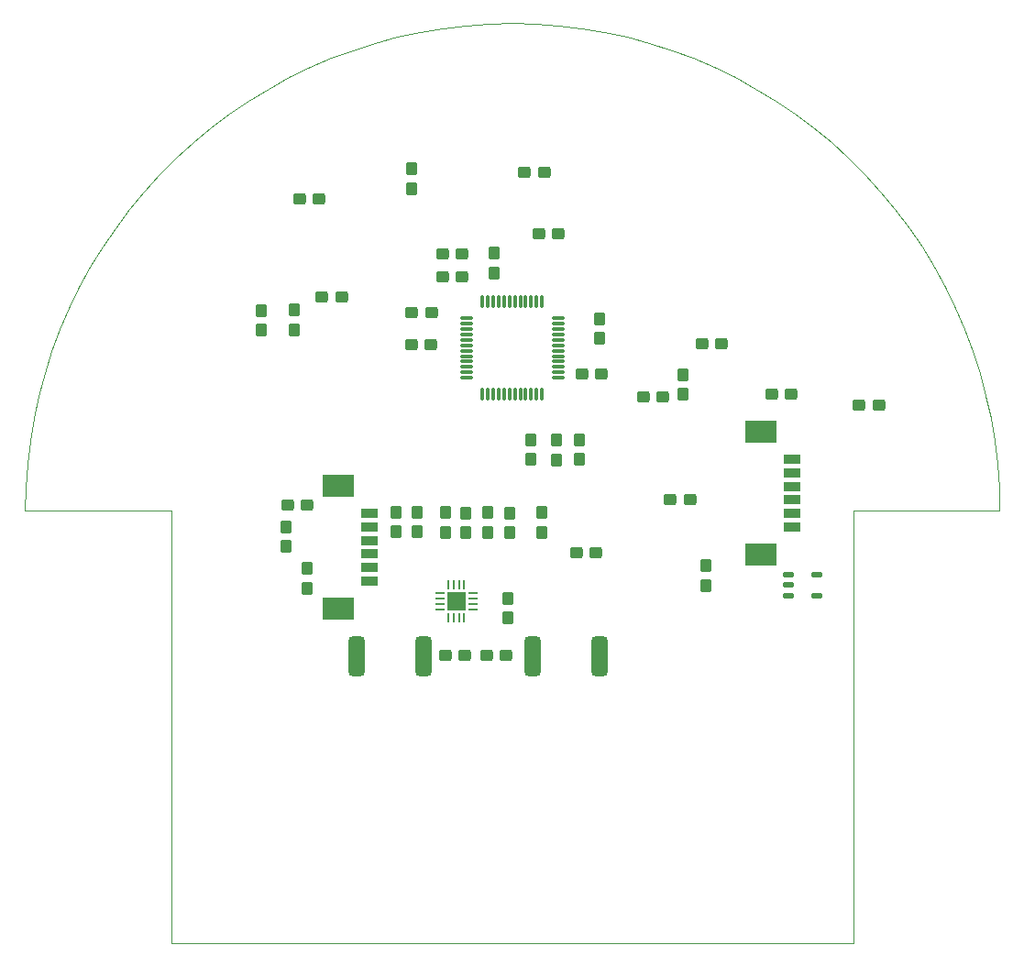
<source format=gtp>
%FSLAX25Y25*%
%MOIN*%
G70*
G01*
G75*
G04 Layer_Color=8421504*
G04:AMPARAMS|DCode=10|XSize=21.65mil|YSize=39.37mil|CornerRadius=5.41mil|HoleSize=0mil|Usage=FLASHONLY|Rotation=270.000|XOffset=0mil|YOffset=0mil|HoleType=Round|Shape=RoundedRectangle|*
%AMROUNDEDRECTD10*
21,1,0.02165,0.02854,0,0,270.0*
21,1,0.01083,0.03937,0,0,270.0*
1,1,0.01083,-0.01427,-0.00541*
1,1,0.01083,-0.01427,0.00541*
1,1,0.01083,0.01427,0.00541*
1,1,0.01083,0.01427,-0.00541*
%
%ADD10ROUNDEDRECTD10*%
G04:AMPARAMS|DCode=11|XSize=41.34mil|YSize=47.24mil|CornerRadius=10.34mil|HoleSize=0mil|Usage=FLASHONLY|Rotation=270.000|XOffset=0mil|YOffset=0mil|HoleType=Round|Shape=RoundedRectangle|*
%AMROUNDEDRECTD11*
21,1,0.04134,0.02658,0,0,270.0*
21,1,0.02067,0.04724,0,0,270.0*
1,1,0.02067,-0.01329,-0.01034*
1,1,0.02067,-0.01329,0.01034*
1,1,0.02067,0.01329,0.01034*
1,1,0.02067,0.01329,-0.01034*
%
%ADD11ROUNDEDRECTD11*%
%ADD12R,0.11811X0.08268*%
%ADD13R,0.06299X0.03189*%
G04:AMPARAMS|DCode=14|XSize=41.34mil|YSize=47.24mil|CornerRadius=10.34mil|HoleSize=0mil|Usage=FLASHONLY|Rotation=0.000|XOffset=0mil|YOffset=0mil|HoleType=Round|Shape=RoundedRectangle|*
%AMROUNDEDRECTD14*
21,1,0.04134,0.02658,0,0,0.0*
21,1,0.02067,0.04724,0,0,0.0*
1,1,0.02067,0.01034,-0.01329*
1,1,0.02067,-0.01034,-0.01329*
1,1,0.02067,-0.01034,0.01329*
1,1,0.02067,0.01034,0.01329*
%
%ADD14ROUNDEDRECTD14*%
%ADD15O,0.03543X0.00984*%
%ADD16O,0.00984X0.03543*%
%ADD17R,0.07087X0.07087*%
G04:AMPARAMS|DCode=18|XSize=145.67mil|YSize=59.06mil|CornerRadius=14.76mil|HoleSize=0mil|Usage=FLASHONLY|Rotation=90.000|XOffset=0mil|YOffset=0mil|HoleType=Round|Shape=RoundedRectangle|*
%AMROUNDEDRECTD18*
21,1,0.14567,0.02953,0,0,90.0*
21,1,0.11614,0.05906,0,0,90.0*
1,1,0.02953,0.01476,0.05807*
1,1,0.02953,0.01476,-0.05807*
1,1,0.02953,-0.01476,-0.05807*
1,1,0.02953,-0.01476,0.05807*
%
%ADD18ROUNDEDRECTD18*%
G04:AMPARAMS|DCode=19|XSize=11.81mil|YSize=47.24mil|CornerRadius=2.95mil|HoleSize=0mil|Usage=FLASHONLY|Rotation=180.000|XOffset=0mil|YOffset=0mil|HoleType=Round|Shape=RoundedRectangle|*
%AMROUNDEDRECTD19*
21,1,0.01181,0.04134,0,0,180.0*
21,1,0.00591,0.04724,0,0,180.0*
1,1,0.00591,-0.00295,0.02067*
1,1,0.00591,0.00295,0.02067*
1,1,0.00591,0.00295,-0.02067*
1,1,0.00591,-0.00295,-0.02067*
%
%ADD19ROUNDEDRECTD19*%
G04:AMPARAMS|DCode=20|XSize=11.81mil|YSize=47.24mil|CornerRadius=2.95mil|HoleSize=0mil|Usage=FLASHONLY|Rotation=90.000|XOffset=0mil|YOffset=0mil|HoleType=Round|Shape=RoundedRectangle|*
%AMROUNDEDRECTD20*
21,1,0.01181,0.04134,0,0,90.0*
21,1,0.00591,0.04724,0,0,90.0*
1,1,0.00591,0.02067,0.00295*
1,1,0.00591,0.02067,-0.00295*
1,1,0.00591,-0.02067,-0.00295*
1,1,0.00591,-0.02067,0.00295*
%
%ADD20ROUNDEDRECTD20*%
%ADD21C,0.05906*%
G04:AMPARAMS|DCode=22|XSize=98.43mil|YSize=196.85mil|CornerRadius=24.61mil|HoleSize=0mil|Usage=FLASHONLY|Rotation=0.000|XOffset=0mil|YOffset=0mil|HoleType=Round|Shape=RoundedRectangle|*
%AMROUNDEDRECTD22*
21,1,0.09843,0.14764,0,0,0.0*
21,1,0.04921,0.19685,0,0,0.0*
1,1,0.04921,0.02461,-0.07382*
1,1,0.04921,-0.02461,-0.07382*
1,1,0.04921,-0.02461,0.07382*
1,1,0.04921,0.02461,0.07382*
%
%ADD22ROUNDEDRECTD22*%
%ADD23C,0.00394*%
%ADD24O,0.06299X0.07087*%
%ADD25C,0.03740*%
G04:AMPARAMS|DCode=26|XSize=37.4mil|YSize=37.4mil|CornerRadius=9.35mil|HoleSize=0mil|Usage=FLASHONLY|Rotation=90.000|XOffset=0mil|YOffset=0mil|HoleType=Round|Shape=RoundedRectangle|*
%AMROUNDEDRECTD26*
21,1,0.03740,0.01870,0,0,90.0*
21,1,0.01870,0.03740,0,0,90.0*
1,1,0.01870,0.00935,0.00935*
1,1,0.01870,0.00935,-0.00935*
1,1,0.01870,-0.00935,-0.00935*
1,1,0.01870,-0.00935,0.00935*
%
%ADD26ROUNDEDRECTD26*%
%ADD27C,0.01969*%
%ADD28C,0.00787*%
%ADD29C,0.00984*%
%ADD30C,0.01000*%
D10*
X100295Y134055D02*
D03*
Y130315D02*
D03*
Y126575D02*
D03*
X110925D02*
D03*
Y134055D02*
D03*
D11*
X68996Y218209D02*
D03*
X76083D02*
D03*
X30413Y142126D02*
D03*
X23327D02*
D03*
X64665Y161319D02*
D03*
X57579D02*
D03*
X-74508Y159449D02*
D03*
X-81595D02*
D03*
X133268Y195768D02*
D03*
X126181D02*
D03*
X94488Y199803D02*
D03*
X101575D02*
D03*
X-24311Y104921D02*
D03*
X-17224D02*
D03*
X-9154Y104823D02*
D03*
X-2067D02*
D03*
X32382Y206988D02*
D03*
X25295D02*
D03*
X54921Y198622D02*
D03*
X47835D02*
D03*
X-25197Y242323D02*
D03*
X-18110D02*
D03*
X-29528Y217618D02*
D03*
X-36614D02*
D03*
X-36417Y229528D02*
D03*
X-29331D02*
D03*
X9843Y258169D02*
D03*
X16929D02*
D03*
X-18110Y250689D02*
D03*
X-25197D02*
D03*
X-69095Y235039D02*
D03*
X-62008D02*
D03*
X4528Y280413D02*
D03*
X11614D02*
D03*
X-77165Y270669D02*
D03*
X-70079D02*
D03*
D12*
X90433Y141437D02*
D03*
Y186122D02*
D03*
X-63209Y121752D02*
D03*
Y166437D02*
D03*
D13*
X101850Y161319D02*
D03*
Y171161D02*
D03*
Y176083D02*
D03*
Y166240D02*
D03*
Y156398D02*
D03*
Y151476D02*
D03*
X-51791Y141634D02*
D03*
Y151476D02*
D03*
Y156398D02*
D03*
Y146555D02*
D03*
Y136713D02*
D03*
Y131791D02*
D03*
D14*
X-74705Y129232D02*
D03*
Y136319D02*
D03*
X-82185Y144390D02*
D03*
Y151476D02*
D03*
X-8858Y156595D02*
D03*
Y149508D02*
D03*
X24508Y175984D02*
D03*
Y183071D02*
D03*
X-984Y149409D02*
D03*
Y156496D02*
D03*
X70571Y137303D02*
D03*
Y130217D02*
D03*
X-79134Y223228D02*
D03*
Y230315D02*
D03*
X10827Y149508D02*
D03*
Y156595D02*
D03*
X-91142Y230217D02*
D03*
Y223130D02*
D03*
X-1575Y125492D02*
D03*
Y118405D02*
D03*
X31791Y227067D02*
D03*
Y219980D02*
D03*
X62205Y206693D02*
D03*
Y199606D02*
D03*
X-42224Y156890D02*
D03*
Y149803D02*
D03*
X-24213Y156595D02*
D03*
Y149508D02*
D03*
X-34646Y156890D02*
D03*
Y149803D02*
D03*
X-16890Y156496D02*
D03*
Y149409D02*
D03*
X6890Y183071D02*
D03*
Y175984D02*
D03*
X16043Y182972D02*
D03*
Y175886D02*
D03*
X-6693Y243898D02*
D03*
Y250984D02*
D03*
X-36713Y281594D02*
D03*
Y274508D02*
D03*
D15*
X-26378Y127461D02*
D03*
Y125492D02*
D03*
Y123524D02*
D03*
Y121555D02*
D03*
X-14370D02*
D03*
Y123524D02*
D03*
Y125492D02*
D03*
Y127461D02*
D03*
D16*
X-23327Y118504D02*
D03*
X-21358D02*
D03*
X-19390D02*
D03*
X-17421D02*
D03*
Y130512D02*
D03*
X-19390D02*
D03*
X-21358D02*
D03*
X-23327D02*
D03*
D17*
X-20374Y124508D02*
D03*
D18*
X-56693Y104528D02*
D03*
X-32087D02*
D03*
X7283D02*
D03*
X31890D02*
D03*
D19*
X-984Y233268D02*
D03*
X-10827Y199803D02*
D03*
X-8858D02*
D03*
X-6890D02*
D03*
X-4921D02*
D03*
X-2953D02*
D03*
X-984D02*
D03*
X984D02*
D03*
X2953D02*
D03*
X4921D02*
D03*
X6890D02*
D03*
X8858D02*
D03*
X10827D02*
D03*
Y233268D02*
D03*
X8858D02*
D03*
X6890D02*
D03*
X4921D02*
D03*
X2953D02*
D03*
X984D02*
D03*
X-2953D02*
D03*
X-4921D02*
D03*
X-6890D02*
D03*
X-8858D02*
D03*
X-10827D02*
D03*
D20*
X16732Y211614D02*
D03*
Y215551D02*
D03*
X-16732Y227362D02*
D03*
Y225394D02*
D03*
Y223425D02*
D03*
Y221457D02*
D03*
Y219488D02*
D03*
Y217520D02*
D03*
Y215551D02*
D03*
Y213583D02*
D03*
Y211614D02*
D03*
Y209646D02*
D03*
Y207677D02*
D03*
Y205709D02*
D03*
X16732D02*
D03*
Y207677D02*
D03*
Y209646D02*
D03*
Y213583D02*
D03*
Y217520D02*
D03*
Y219488D02*
D03*
Y221457D02*
D03*
Y223425D02*
D03*
Y225394D02*
D03*
Y227362D02*
D03*
D23*
X124016Y157480D02*
X177165Y157480D01*
X124016Y0D02*
Y157480D01*
X-124016Y-0D02*
X124016Y0D01*
X-124016Y-0D02*
Y157480D01*
X-177165Y157480D02*
X-124016Y157480D01*
X-177165Y157480D02*
X-176965Y165910D01*
X-176363Y174321D01*
X-175362Y182694D01*
X-173964Y191009D01*
X-172171Y199249D01*
X-169989Y207394D01*
X-167421Y215425D01*
X-164475Y223326D01*
X-161155Y231077D01*
X-157471Y238662D01*
X-153430Y246063D01*
X-149041Y253263D01*
X-144315Y260246D01*
X-139261Y266997D01*
X-133893Y273499D01*
X-128221Y279738D01*
X-122258Y285701D01*
X-116019Y291373D01*
X-109517Y296742D01*
X-102766Y301795D01*
X-95783Y306521D01*
X-88583Y310910D01*
X-81182Y314951D01*
X-73597Y318636D01*
X-65846Y321955D01*
X-57945Y324902D01*
X-49913Y327469D01*
X-41768Y329652D01*
X-33529Y331444D01*
X-25213Y332842D01*
X-16841Y333843D01*
X-8430Y334445D01*
X-0Y334646D01*
X8430Y334445D01*
X16841Y333843D01*
X25213Y332842D01*
X33529Y331444D01*
X41768Y329652D01*
X49913Y327469D01*
X57945Y324902D01*
X65846Y321955D01*
X73597Y318636D01*
X81182Y314951D01*
X88583Y310910D01*
X95783Y306521D01*
X102766Y301795D01*
X109516Y296742D01*
X116019Y291373D01*
X122258Y285701D01*
X128220Y279738D01*
X133893Y273499D01*
X139261Y266997D01*
X144315Y260246D01*
X149041Y253263D01*
X153430Y246063D01*
X157471Y238662D01*
X161155Y231078D01*
X164474Y223326D01*
X167421Y215425D01*
X169989Y207394D01*
X172171Y199249D01*
X173964Y191009D01*
X175362Y182694D01*
X176363Y174321D01*
X176965Y165910D01*
X177165Y157480D01*
M02*

</source>
